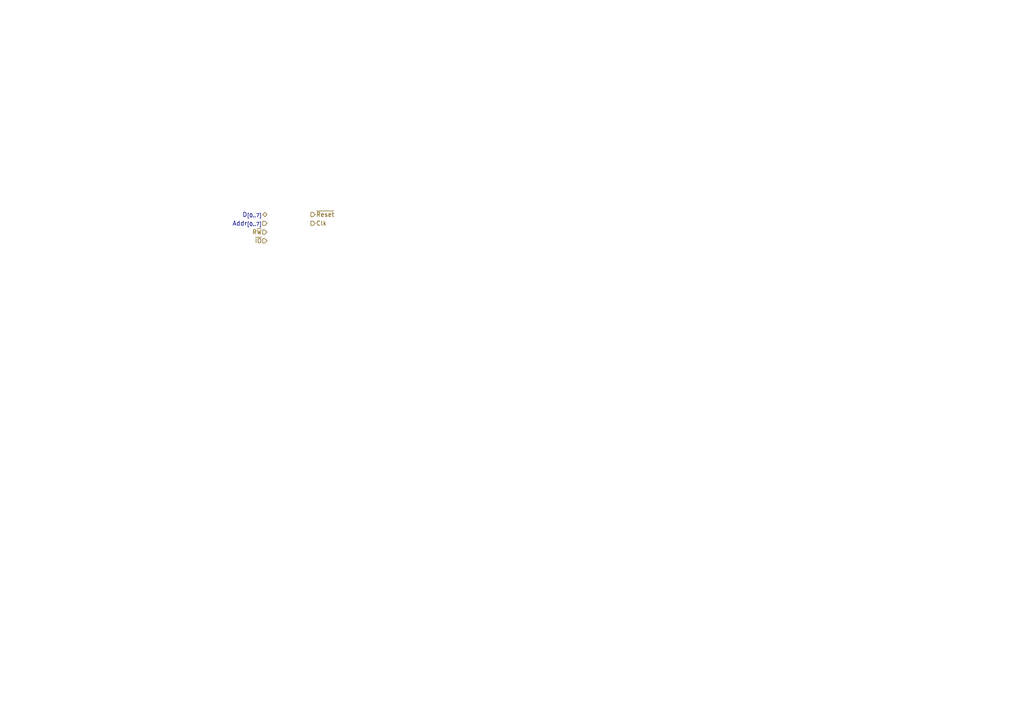
<source format=kicad_sch>
(kicad_sch
	(version 20250114)
	(generator "eeschema")
	(generator_version "9.0")
	(uuid "bc74ca8f-cd6f-4106-9a8b-e6d94e672084")
	(paper "A4")
	(lib_symbols)
	(hierarchical_label "~{IO}"
		(shape input)
		(at 77.47 69.85 180)
		(effects
			(font
				(size 1.27 1.27)
			)
			(justify right)
		)
		(uuid "576afe45-9cab-4999-939d-b7f112043777")
	)
	(hierarchical_label "~{Reset}"
		(shape output)
		(at 90.17 62.23 0)
		(effects
			(font
				(size 1.27 1.27)
			)
			(justify left)
		)
		(uuid "732742cb-91d5-4efa-a6a1-e85df804a9fc")
	)
	(hierarchical_label "R~{W}"
		(shape input)
		(at 77.47 67.31 180)
		(effects
			(font
				(size 1.27 1.27)
			)
			(justify right)
		)
		(uuid "941e1cd0-e41e-4745-befb-4758c292b4c1")
	)
	(hierarchical_label "Addr_{[0..7]}"
		(shape input)
		(at 77.47 64.77 180)
		(effects
			(font
				(size 1.27 1.27)
			)
			(justify right)
		)
		(uuid "9e1d06de-9aec-46ed-802d-0f517d8615ac")
	)
	(hierarchical_label "D_{[0..7]}"
		(shape bidirectional)
		(at 77.47 62.23 180)
		(effects
			(font
				(size 1.27 1.27)
			)
			(justify right)
		)
		(uuid "d56b3b02-a019-4857-a14c-bf81e1d25fa8")
	)
	(hierarchical_label "Clk"
		(shape output)
		(at 90.17 64.77 0)
		(effects
			(font
				(size 1.27 1.27)
			)
			(justify left)
		)
		(uuid "e919f866-1692-4ff1-8a1f-25211a556c22")
	)
)

</source>
